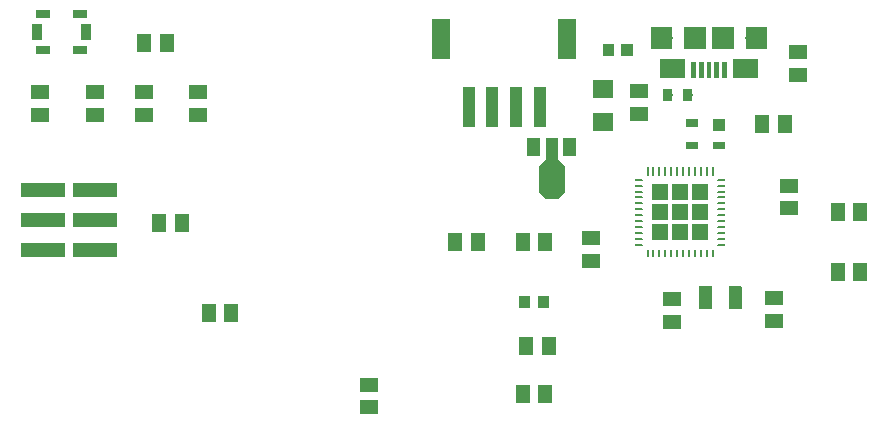
<source format=gbr>
G04 #@! TF.GenerationSoftware,KiCad,Pcbnew,(5.1.4-0-10_14)*
G04 #@! TF.CreationDate,2019-09-22T18:22:58+01:00*
G04 #@! TF.ProjectId,knobs,6b6e6f62-732e-46b6-9963-61645f706362,rev?*
G04 #@! TF.SameCoordinates,Original*
G04 #@! TF.FileFunction,Paste,Bot*
G04 #@! TF.FilePolarity,Positive*
%FSLAX46Y46*%
G04 Gerber Fmt 4.6, Leading zero omitted, Abs format (unit mm)*
G04 Created by KiCad (PCBNEW (5.1.4-0-10_14)) date 2019-09-22 18:22:58*
%MOMM*%
%LPD*%
G04 APERTURE LIST*
%ADD10C,0.100000*%
%ADD11C,1.100000*%
%ADD12R,1.150000X0.750000*%
%ADD13R,0.950000X1.400000*%
%ADD14R,1.500000X1.300000*%
%ADD15R,1.300000X1.500000*%
%ADD16C,0.950000*%
%ADD17R,3.683000X1.270000*%
%ADD18R,1.500000X3.400000*%
%ADD19R,1.000000X3.500000*%
%ADD20C,1.600000*%
%ADD21C,1.800000*%
%ADD22C,1.900000*%
%ADD23C,0.400000*%
%ADD24C,0.800000*%
%ADD25C,0.600000*%
%ADD26C,1.000000*%
%ADD27R,1.800000X1.600000*%
G04 APERTURE END LIST*
D10*
G36*
X152431000Y-111119000D02*
G01*
X152431000Y-109784000D01*
X151096000Y-109784000D01*
X151096000Y-111119000D01*
X152431000Y-111119000D01*
G37*
G36*
X152431000Y-114519000D02*
G01*
X152431000Y-113184000D01*
X151096000Y-113184000D01*
X151096000Y-114519000D01*
X152431000Y-114519000D01*
G37*
G36*
X152431000Y-112819000D02*
G01*
X152431000Y-111484000D01*
X151096000Y-111484000D01*
X151096000Y-112819000D01*
X152431000Y-112819000D01*
G37*
G36*
X150731000Y-111119000D02*
G01*
X150731000Y-109784000D01*
X149396000Y-109784000D01*
X149396000Y-111119000D01*
X150731000Y-111119000D01*
G37*
G36*
X149031000Y-111119000D02*
G01*
X149031000Y-109784000D01*
X147696000Y-109784000D01*
X147696000Y-111119000D01*
X149031000Y-111119000D01*
G37*
G36*
X149031000Y-112819000D02*
G01*
X149031000Y-111484000D01*
X147696000Y-111484000D01*
X147696000Y-112819000D01*
X149031000Y-112819000D01*
G37*
G36*
X149031000Y-114519000D02*
G01*
X149031000Y-113184000D01*
X147696000Y-113184000D01*
X147696000Y-114519000D01*
X149031000Y-114519000D01*
G37*
G36*
X150731000Y-114519000D02*
G01*
X150731000Y-113184000D01*
X149396000Y-113184000D01*
X149396000Y-114519000D01*
X150731000Y-114519000D01*
G37*
G36*
X150731000Y-112819000D02*
G01*
X150731000Y-111484000D01*
X149396000Y-111484000D01*
X149396000Y-112819000D01*
X150731000Y-112819000D01*
G37*
G36*
X153891000Y-109319000D02*
G01*
X153251000Y-109319000D01*
X153166000Y-109404000D01*
X153251000Y-109489000D01*
X153891000Y-109489000D01*
X153891000Y-109319000D01*
G37*
G36*
X153891000Y-109819000D02*
G01*
X153251000Y-109819000D01*
X153166000Y-109904000D01*
X153251000Y-109989000D01*
X153891000Y-109989000D01*
X153891000Y-109819000D01*
G37*
G36*
X153891000Y-110319000D02*
G01*
X153251000Y-110319000D01*
X153166000Y-110404000D01*
X153251000Y-110489000D01*
X153891000Y-110489000D01*
X153891000Y-110319000D01*
G37*
G36*
X153891000Y-110819000D02*
G01*
X153251000Y-110819000D01*
X153166000Y-110904000D01*
X153251000Y-110989000D01*
X153891000Y-110989000D01*
X153891000Y-110819000D01*
G37*
G36*
X153891000Y-111319000D02*
G01*
X153251000Y-111319000D01*
X153166000Y-111404000D01*
X153251000Y-111489000D01*
X153891000Y-111489000D01*
X153891000Y-111319000D01*
G37*
G36*
X153891000Y-111819000D02*
G01*
X153251000Y-111819000D01*
X153166000Y-111904000D01*
X153251000Y-111989000D01*
X153891000Y-111989000D01*
X153891000Y-111819000D01*
G37*
G36*
X153891000Y-112319000D02*
G01*
X153251000Y-112319000D01*
X153166000Y-112404000D01*
X153251000Y-112489000D01*
X153891000Y-112489000D01*
X153891000Y-112319000D01*
G37*
G36*
X153891000Y-112819000D02*
G01*
X153251000Y-112819000D01*
X153166000Y-112904000D01*
X153251000Y-112989000D01*
X153891000Y-112989000D01*
X153891000Y-112819000D01*
G37*
G36*
X153891000Y-113319000D02*
G01*
X153251000Y-113319000D01*
X153166000Y-113404000D01*
X153251000Y-113489000D01*
X153891000Y-113489000D01*
X153891000Y-113319000D01*
G37*
G36*
X153891000Y-113819000D02*
G01*
X153251000Y-113819000D01*
X153166000Y-113904000D01*
X153251000Y-113989000D01*
X153891000Y-113989000D01*
X153891000Y-113819000D01*
G37*
G36*
X153891000Y-114319000D02*
G01*
X153251000Y-114319000D01*
X153166000Y-114404000D01*
X153251000Y-114489000D01*
X153891000Y-114489000D01*
X153891000Y-114319000D01*
G37*
G36*
X153891000Y-114819000D02*
G01*
X153251000Y-114819000D01*
X153166000Y-114904000D01*
X153251000Y-114989000D01*
X153891000Y-114989000D01*
X153891000Y-114819000D01*
G37*
G36*
X152731000Y-108329000D02*
G01*
X152731000Y-108969000D01*
X152816000Y-109054000D01*
X152901000Y-108969000D01*
X152901000Y-108329000D01*
X152731000Y-108329000D01*
G37*
G36*
X147231000Y-108329000D02*
G01*
X147231000Y-108969000D01*
X147316000Y-109054000D01*
X147401000Y-108969000D01*
X147401000Y-108329000D01*
X147231000Y-108329000D01*
G37*
G36*
X147731000Y-108329000D02*
G01*
X147731000Y-108969000D01*
X147816000Y-109054000D01*
X147901000Y-108969000D01*
X147901000Y-108329000D01*
X147731000Y-108329000D01*
G37*
G36*
X148231000Y-108329000D02*
G01*
X148231000Y-108969000D01*
X148316000Y-109054000D01*
X148401000Y-108969000D01*
X148401000Y-108329000D01*
X148231000Y-108329000D01*
G37*
G36*
X148731000Y-108329000D02*
G01*
X148731000Y-108969000D01*
X148816000Y-109054000D01*
X148901000Y-108969000D01*
X148901000Y-108329000D01*
X148731000Y-108329000D01*
G37*
G36*
X149231000Y-108329000D02*
G01*
X149231000Y-108969000D01*
X149316000Y-109054000D01*
X149401000Y-108969000D01*
X149401000Y-108329000D01*
X149231000Y-108329000D01*
G37*
G36*
X149731000Y-108329000D02*
G01*
X149731000Y-108969000D01*
X149816000Y-109054000D01*
X149901000Y-108969000D01*
X149901000Y-108329000D01*
X149731000Y-108329000D01*
G37*
G36*
X150231000Y-108329000D02*
G01*
X150231000Y-108969000D01*
X150316000Y-109054000D01*
X150401000Y-108969000D01*
X150401000Y-108329000D01*
X150231000Y-108329000D01*
G37*
G36*
X150731000Y-108329000D02*
G01*
X150731000Y-108969000D01*
X150816000Y-109054000D01*
X150901000Y-108969000D01*
X150901000Y-108329000D01*
X150731000Y-108329000D01*
G37*
G36*
X151231000Y-108329000D02*
G01*
X151231000Y-108969000D01*
X151316000Y-109054000D01*
X151401000Y-108969000D01*
X151401000Y-108329000D01*
X151231000Y-108329000D01*
G37*
G36*
X151731000Y-108329000D02*
G01*
X151731000Y-108969000D01*
X151816000Y-109054000D01*
X151901000Y-108969000D01*
X151901000Y-108329000D01*
X151731000Y-108329000D01*
G37*
G36*
X152231000Y-108329000D02*
G01*
X152231000Y-108969000D01*
X152316000Y-109054000D01*
X152401000Y-108969000D01*
X152401000Y-108329000D01*
X152231000Y-108329000D01*
G37*
G36*
X146241000Y-109489000D02*
G01*
X146881000Y-109489000D01*
X146966000Y-109404000D01*
X146881000Y-109319000D01*
X146241000Y-109319000D01*
X146241000Y-109489000D01*
G37*
G36*
X146241000Y-114989000D02*
G01*
X146881000Y-114989000D01*
X146966000Y-114904000D01*
X146881000Y-114819000D01*
X146241000Y-114819000D01*
X146241000Y-114989000D01*
G37*
G36*
X146241000Y-114489000D02*
G01*
X146881000Y-114489000D01*
X146966000Y-114404000D01*
X146881000Y-114319000D01*
X146241000Y-114319000D01*
X146241000Y-114489000D01*
G37*
G36*
X146241000Y-113989000D02*
G01*
X146881000Y-113989000D01*
X146966000Y-113904000D01*
X146881000Y-113819000D01*
X146241000Y-113819000D01*
X146241000Y-113989000D01*
G37*
G36*
X146241000Y-113489000D02*
G01*
X146881000Y-113489000D01*
X146966000Y-113404000D01*
X146881000Y-113319000D01*
X146241000Y-113319000D01*
X146241000Y-113489000D01*
G37*
G36*
X146241000Y-112989000D02*
G01*
X146881000Y-112989000D01*
X146966000Y-112904000D01*
X146881000Y-112819000D01*
X146241000Y-112819000D01*
X146241000Y-112989000D01*
G37*
G36*
X146241000Y-112489000D02*
G01*
X146881000Y-112489000D01*
X146966000Y-112404000D01*
X146881000Y-112319000D01*
X146241000Y-112319000D01*
X146241000Y-112489000D01*
G37*
G36*
X146241000Y-111989000D02*
G01*
X146881000Y-111989000D01*
X146966000Y-111904000D01*
X146881000Y-111819000D01*
X146241000Y-111819000D01*
X146241000Y-111989000D01*
G37*
G36*
X146241000Y-111489000D02*
G01*
X146881000Y-111489000D01*
X146966000Y-111404000D01*
X146881000Y-111319000D01*
X146241000Y-111319000D01*
X146241000Y-111489000D01*
G37*
G36*
X146241000Y-110989000D02*
G01*
X146881000Y-110989000D01*
X146966000Y-110904000D01*
X146881000Y-110819000D01*
X146241000Y-110819000D01*
X146241000Y-110989000D01*
G37*
G36*
X146241000Y-110489000D02*
G01*
X146881000Y-110489000D01*
X146966000Y-110404000D01*
X146881000Y-110319000D01*
X146241000Y-110319000D01*
X146241000Y-110489000D01*
G37*
G36*
X146241000Y-109989000D02*
G01*
X146881000Y-109989000D01*
X146966000Y-109904000D01*
X146881000Y-109819000D01*
X146241000Y-109819000D01*
X146241000Y-109989000D01*
G37*
G36*
X152901000Y-115979000D02*
G01*
X152901000Y-115339000D01*
X152816000Y-115254000D01*
X152731000Y-115339000D01*
X152731000Y-115979000D01*
X152901000Y-115979000D01*
G37*
G36*
X152401000Y-115979000D02*
G01*
X152401000Y-115339000D01*
X152316000Y-115254000D01*
X152231000Y-115339000D01*
X152231000Y-115979000D01*
X152401000Y-115979000D01*
G37*
G36*
X151901000Y-115979000D02*
G01*
X151901000Y-115339000D01*
X151816000Y-115254000D01*
X151731000Y-115339000D01*
X151731000Y-115979000D01*
X151901000Y-115979000D01*
G37*
G36*
X151401000Y-115979000D02*
G01*
X151401000Y-115339000D01*
X151316000Y-115254000D01*
X151231000Y-115339000D01*
X151231000Y-115979000D01*
X151401000Y-115979000D01*
G37*
G36*
X150901000Y-115979000D02*
G01*
X150901000Y-115339000D01*
X150816000Y-115254000D01*
X150731000Y-115339000D01*
X150731000Y-115979000D01*
X150901000Y-115979000D01*
G37*
G36*
X150401000Y-115979000D02*
G01*
X150401000Y-115339000D01*
X150316000Y-115254000D01*
X150231000Y-115339000D01*
X150231000Y-115979000D01*
X150401000Y-115979000D01*
G37*
G36*
X149901000Y-115979000D02*
G01*
X149901000Y-115339000D01*
X149816000Y-115254000D01*
X149731000Y-115339000D01*
X149731000Y-115979000D01*
X149901000Y-115979000D01*
G37*
G36*
X149401000Y-115979000D02*
G01*
X149401000Y-115339000D01*
X149316000Y-115254000D01*
X149231000Y-115339000D01*
X149231000Y-115979000D01*
X149401000Y-115979000D01*
G37*
G36*
X148901000Y-115979000D02*
G01*
X148901000Y-115339000D01*
X148816000Y-115254000D01*
X148731000Y-115339000D01*
X148731000Y-115979000D01*
X148901000Y-115979000D01*
G37*
G36*
X148401000Y-115979000D02*
G01*
X148401000Y-115339000D01*
X148316000Y-115254000D01*
X148231000Y-115339000D01*
X148231000Y-115979000D01*
X148401000Y-115979000D01*
G37*
G36*
X147901000Y-115979000D02*
G01*
X147901000Y-115339000D01*
X147816000Y-115254000D01*
X147731000Y-115339000D01*
X147731000Y-115979000D01*
X147901000Y-115979000D01*
G37*
G36*
X147401000Y-115979000D02*
G01*
X147401000Y-115339000D01*
X147316000Y-115254000D01*
X147231000Y-115339000D01*
X147231000Y-115979000D01*
X147401000Y-115979000D01*
G37*
G36*
X141242000Y-105908000D02*
G01*
X141242000Y-107408000D01*
X140142000Y-107408000D01*
X140142000Y-105908000D01*
X141242000Y-105908000D01*
G37*
G36*
X138242000Y-105908000D02*
G01*
X138242000Y-107408000D01*
X137142000Y-107408000D01*
X137142000Y-105908000D01*
X138242000Y-105908000D01*
G37*
G36*
X140292000Y-108208000D02*
G01*
X139692000Y-107608000D01*
X139692000Y-105908000D01*
X138692000Y-105908000D01*
X138692000Y-107608000D01*
X138092000Y-108208000D01*
X138092000Y-110408000D01*
X138692000Y-111008000D01*
X139692000Y-111008000D01*
X140292000Y-110408000D01*
X140292000Y-108208000D01*
G37*
G36*
X155259117Y-118442079D02*
G01*
X155260719Y-118442317D01*
X155262290Y-118442710D01*
X155263814Y-118443256D01*
X155265278Y-118443948D01*
X155266667Y-118444781D01*
X155267967Y-118445745D01*
X155269167Y-118446833D01*
X155270255Y-118448033D01*
X155271219Y-118449333D01*
X155272052Y-118450722D01*
X155272744Y-118452186D01*
X155273290Y-118453710D01*
X155273683Y-118455281D01*
X155273921Y-118456883D01*
X155274000Y-118458500D01*
X155274000Y-120325500D01*
X155273921Y-120327117D01*
X155273683Y-120328719D01*
X155273290Y-120330290D01*
X155272744Y-120331814D01*
X155272052Y-120333278D01*
X155271219Y-120334667D01*
X155270255Y-120335967D01*
X155269167Y-120337167D01*
X155267967Y-120338255D01*
X155266667Y-120339219D01*
X155265278Y-120340052D01*
X155263814Y-120340744D01*
X155262290Y-120341290D01*
X155260719Y-120341683D01*
X155259117Y-120341921D01*
X155257500Y-120342000D01*
X154190500Y-120342000D01*
X154188883Y-120341921D01*
X154187281Y-120341683D01*
X154185710Y-120341290D01*
X154184186Y-120340744D01*
X154182722Y-120340052D01*
X154181333Y-120339219D01*
X154180033Y-120338255D01*
X154178833Y-120337167D01*
X154177745Y-120335967D01*
X154176781Y-120334667D01*
X154175948Y-120333278D01*
X154175256Y-120331814D01*
X154174710Y-120330290D01*
X154174317Y-120328719D01*
X154174079Y-120327117D01*
X154174000Y-120325500D01*
X154174000Y-118458500D01*
X154174079Y-118456883D01*
X154174317Y-118455281D01*
X154174710Y-118453710D01*
X154175256Y-118452186D01*
X154175948Y-118450722D01*
X154176781Y-118449333D01*
X154177745Y-118448033D01*
X154178833Y-118446833D01*
X154180033Y-118445745D01*
X154181333Y-118444781D01*
X154182722Y-118443948D01*
X154184186Y-118443256D01*
X154185710Y-118442710D01*
X154187281Y-118442317D01*
X154188883Y-118442079D01*
X154190500Y-118442000D01*
X155257500Y-118442000D01*
X155259117Y-118442079D01*
X155259117Y-118442079D01*
G37*
D11*
X154724000Y-119392000D03*
D10*
G36*
X152759117Y-118442079D02*
G01*
X152760719Y-118442317D01*
X152762290Y-118442710D01*
X152763814Y-118443256D01*
X152765278Y-118443948D01*
X152766667Y-118444781D01*
X152767967Y-118445745D01*
X152769167Y-118446833D01*
X152770255Y-118448033D01*
X152771219Y-118449333D01*
X152772052Y-118450722D01*
X152772744Y-118452186D01*
X152773290Y-118453710D01*
X152773683Y-118455281D01*
X152773921Y-118456883D01*
X152774000Y-118458500D01*
X152774000Y-120325500D01*
X152773921Y-120327117D01*
X152773683Y-120328719D01*
X152773290Y-120330290D01*
X152772744Y-120331814D01*
X152772052Y-120333278D01*
X152771219Y-120334667D01*
X152770255Y-120335967D01*
X152769167Y-120337167D01*
X152767967Y-120338255D01*
X152766667Y-120339219D01*
X152765278Y-120340052D01*
X152763814Y-120340744D01*
X152762290Y-120341290D01*
X152760719Y-120341683D01*
X152759117Y-120341921D01*
X152757500Y-120342000D01*
X151690500Y-120342000D01*
X151688883Y-120341921D01*
X151687281Y-120341683D01*
X151685710Y-120341290D01*
X151684186Y-120340744D01*
X151682722Y-120340052D01*
X151681333Y-120339219D01*
X151680033Y-120338255D01*
X151678833Y-120337167D01*
X151677745Y-120335967D01*
X151676781Y-120334667D01*
X151675948Y-120333278D01*
X151675256Y-120331814D01*
X151674710Y-120330290D01*
X151674317Y-120328719D01*
X151674079Y-120327117D01*
X151674000Y-120325500D01*
X151674000Y-118458500D01*
X151674079Y-118456883D01*
X151674317Y-118455281D01*
X151674710Y-118453710D01*
X151675256Y-118452186D01*
X151675948Y-118450722D01*
X151676781Y-118449333D01*
X151677745Y-118448033D01*
X151678833Y-118446833D01*
X151680033Y-118445745D01*
X151681333Y-118444781D01*
X151682722Y-118443948D01*
X151684186Y-118443256D01*
X151685710Y-118442710D01*
X151687281Y-118442317D01*
X151688883Y-118442079D01*
X151690500Y-118442000D01*
X152757500Y-118442000D01*
X152759117Y-118442079D01*
X152759117Y-118442079D01*
G37*
D11*
X152224000Y-119392000D03*
D12*
X99286100Y-95389300D03*
X99286100Y-98439300D03*
X96136100Y-95389300D03*
X96136100Y-98439300D03*
D13*
X95636100Y-96914300D03*
X99786100Y-96914300D03*
D14*
X109220000Y-103897000D03*
X109220000Y-101997000D03*
X123746000Y-126762000D03*
X123746000Y-128662000D03*
X104696000Y-103897000D03*
X104696000Y-101997000D03*
X100569000Y-101997000D03*
X100569000Y-103897000D03*
X95885000Y-101997000D03*
X95885000Y-103897000D03*
D15*
X107869000Y-113107000D03*
X105969000Y-113107000D03*
X110175000Y-120650000D03*
X112075000Y-120650000D03*
D14*
X160020000Y-100518000D03*
X160020000Y-98618000D03*
D10*
G36*
X138978147Y-119274069D02*
G01*
X138979530Y-119274274D01*
X138980887Y-119274614D01*
X138982203Y-119275085D01*
X138983467Y-119275683D01*
X138984667Y-119276402D01*
X138985790Y-119277235D01*
X138986826Y-119278174D01*
X138987765Y-119279210D01*
X138988598Y-119280333D01*
X138989317Y-119281533D01*
X138989915Y-119282797D01*
X138990386Y-119284113D01*
X138990726Y-119285470D01*
X138990931Y-119286853D01*
X138991000Y-119288250D01*
X138991000Y-120259750D01*
X138990931Y-120261147D01*
X138990726Y-120262530D01*
X138990386Y-120263887D01*
X138989915Y-120265203D01*
X138989317Y-120266467D01*
X138988598Y-120267667D01*
X138987765Y-120268790D01*
X138986826Y-120269826D01*
X138985790Y-120270765D01*
X138984667Y-120271598D01*
X138983467Y-120272317D01*
X138982203Y-120272915D01*
X138980887Y-120273386D01*
X138979530Y-120273726D01*
X138978147Y-120273931D01*
X138976750Y-120274000D01*
X138055250Y-120274000D01*
X138053853Y-120273931D01*
X138052470Y-120273726D01*
X138051113Y-120273386D01*
X138049797Y-120272915D01*
X138048533Y-120272317D01*
X138047333Y-120271598D01*
X138046210Y-120270765D01*
X138045174Y-120269826D01*
X138044235Y-120268790D01*
X138043402Y-120267667D01*
X138042683Y-120266467D01*
X138042085Y-120265203D01*
X138041614Y-120263887D01*
X138041274Y-120262530D01*
X138041069Y-120261147D01*
X138041000Y-120259750D01*
X138041000Y-119288250D01*
X138041069Y-119286853D01*
X138041274Y-119285470D01*
X138041614Y-119284113D01*
X138042085Y-119282797D01*
X138042683Y-119281533D01*
X138043402Y-119280333D01*
X138044235Y-119279210D01*
X138045174Y-119278174D01*
X138046210Y-119277235D01*
X138047333Y-119276402D01*
X138048533Y-119275683D01*
X138049797Y-119275085D01*
X138051113Y-119274614D01*
X138052470Y-119274274D01*
X138053853Y-119274069D01*
X138055250Y-119274000D01*
X138976750Y-119274000D01*
X138978147Y-119274069D01*
X138978147Y-119274069D01*
G37*
D16*
X138516000Y-119774000D03*
D10*
G36*
X137378147Y-119274069D02*
G01*
X137379530Y-119274274D01*
X137380887Y-119274614D01*
X137382203Y-119275085D01*
X137383467Y-119275683D01*
X137384667Y-119276402D01*
X137385790Y-119277235D01*
X137386826Y-119278174D01*
X137387765Y-119279210D01*
X137388598Y-119280333D01*
X137389317Y-119281533D01*
X137389915Y-119282797D01*
X137390386Y-119284113D01*
X137390726Y-119285470D01*
X137390931Y-119286853D01*
X137391000Y-119288250D01*
X137391000Y-120259750D01*
X137390931Y-120261147D01*
X137390726Y-120262530D01*
X137390386Y-120263887D01*
X137389915Y-120265203D01*
X137389317Y-120266467D01*
X137388598Y-120267667D01*
X137387765Y-120268790D01*
X137386826Y-120269826D01*
X137385790Y-120270765D01*
X137384667Y-120271598D01*
X137383467Y-120272317D01*
X137382203Y-120272915D01*
X137380887Y-120273386D01*
X137379530Y-120273726D01*
X137378147Y-120273931D01*
X137376750Y-120274000D01*
X136455250Y-120274000D01*
X136453853Y-120273931D01*
X136452470Y-120273726D01*
X136451113Y-120273386D01*
X136449797Y-120272915D01*
X136448533Y-120272317D01*
X136447333Y-120271598D01*
X136446210Y-120270765D01*
X136445174Y-120269826D01*
X136444235Y-120268790D01*
X136443402Y-120267667D01*
X136442683Y-120266467D01*
X136442085Y-120265203D01*
X136441614Y-120263887D01*
X136441274Y-120262530D01*
X136441069Y-120261147D01*
X136441000Y-120259750D01*
X136441000Y-119288250D01*
X136441069Y-119286853D01*
X136441274Y-119285470D01*
X136441614Y-119284113D01*
X136442085Y-119282797D01*
X136442683Y-119281533D01*
X136443402Y-119280333D01*
X136444235Y-119279210D01*
X136445174Y-119278174D01*
X136446210Y-119277235D01*
X136447333Y-119276402D01*
X136448533Y-119275683D01*
X136449797Y-119275085D01*
X136451113Y-119274614D01*
X136452470Y-119274274D01*
X136453853Y-119274069D01*
X136455250Y-119274000D01*
X137376750Y-119274000D01*
X137378147Y-119274069D01*
X137378147Y-119274069D01*
G37*
D16*
X136916000Y-119774000D03*
D10*
G36*
X144442147Y-97925069D02*
G01*
X144443530Y-97925274D01*
X144444887Y-97925614D01*
X144446203Y-97926085D01*
X144447467Y-97926683D01*
X144448667Y-97927402D01*
X144449790Y-97928235D01*
X144450826Y-97929174D01*
X144451765Y-97930210D01*
X144452598Y-97931333D01*
X144453317Y-97932533D01*
X144453915Y-97933797D01*
X144454386Y-97935113D01*
X144454726Y-97936470D01*
X144454931Y-97937853D01*
X144455000Y-97939250D01*
X144455000Y-98910750D01*
X144454931Y-98912147D01*
X144454726Y-98913530D01*
X144454386Y-98914887D01*
X144453915Y-98916203D01*
X144453317Y-98917467D01*
X144452598Y-98918667D01*
X144451765Y-98919790D01*
X144450826Y-98920826D01*
X144449790Y-98921765D01*
X144448667Y-98922598D01*
X144447467Y-98923317D01*
X144446203Y-98923915D01*
X144444887Y-98924386D01*
X144443530Y-98924726D01*
X144442147Y-98924931D01*
X144440750Y-98925000D01*
X143519250Y-98925000D01*
X143517853Y-98924931D01*
X143516470Y-98924726D01*
X143515113Y-98924386D01*
X143513797Y-98923915D01*
X143512533Y-98923317D01*
X143511333Y-98922598D01*
X143510210Y-98921765D01*
X143509174Y-98920826D01*
X143508235Y-98919790D01*
X143507402Y-98918667D01*
X143506683Y-98917467D01*
X143506085Y-98916203D01*
X143505614Y-98914887D01*
X143505274Y-98913530D01*
X143505069Y-98912147D01*
X143505000Y-98910750D01*
X143505000Y-97939250D01*
X143505069Y-97937853D01*
X143505274Y-97936470D01*
X143505614Y-97935113D01*
X143506085Y-97933797D01*
X143506683Y-97932533D01*
X143507402Y-97931333D01*
X143508235Y-97930210D01*
X143509174Y-97929174D01*
X143510210Y-97928235D01*
X143511333Y-97927402D01*
X143512533Y-97926683D01*
X143513797Y-97926085D01*
X143515113Y-97925614D01*
X143516470Y-97925274D01*
X143517853Y-97925069D01*
X143519250Y-97925000D01*
X144440750Y-97925000D01*
X144442147Y-97925069D01*
X144442147Y-97925069D01*
G37*
D16*
X143980000Y-98425000D03*
D10*
G36*
X146042147Y-97925069D02*
G01*
X146043530Y-97925274D01*
X146044887Y-97925614D01*
X146046203Y-97926085D01*
X146047467Y-97926683D01*
X146048667Y-97927402D01*
X146049790Y-97928235D01*
X146050826Y-97929174D01*
X146051765Y-97930210D01*
X146052598Y-97931333D01*
X146053317Y-97932533D01*
X146053915Y-97933797D01*
X146054386Y-97935113D01*
X146054726Y-97936470D01*
X146054931Y-97937853D01*
X146055000Y-97939250D01*
X146055000Y-98910750D01*
X146054931Y-98912147D01*
X146054726Y-98913530D01*
X146054386Y-98914887D01*
X146053915Y-98916203D01*
X146053317Y-98917467D01*
X146052598Y-98918667D01*
X146051765Y-98919790D01*
X146050826Y-98920826D01*
X146049790Y-98921765D01*
X146048667Y-98922598D01*
X146047467Y-98923317D01*
X146046203Y-98923915D01*
X146044887Y-98924386D01*
X146043530Y-98924726D01*
X146042147Y-98924931D01*
X146040750Y-98925000D01*
X145119250Y-98925000D01*
X145117853Y-98924931D01*
X145116470Y-98924726D01*
X145115113Y-98924386D01*
X145113797Y-98923915D01*
X145112533Y-98923317D01*
X145111333Y-98922598D01*
X145110210Y-98921765D01*
X145109174Y-98920826D01*
X145108235Y-98919790D01*
X145107402Y-98918667D01*
X145106683Y-98917467D01*
X145106085Y-98916203D01*
X145105614Y-98914887D01*
X145105274Y-98913530D01*
X145105069Y-98912147D01*
X145105000Y-98910750D01*
X145105000Y-97939250D01*
X145105069Y-97937853D01*
X145105274Y-97936470D01*
X145105614Y-97935113D01*
X145106085Y-97933797D01*
X145106683Y-97932533D01*
X145107402Y-97931333D01*
X145108235Y-97930210D01*
X145109174Y-97929174D01*
X145110210Y-97928235D01*
X145111333Y-97927402D01*
X145112533Y-97926683D01*
X145113797Y-97926085D01*
X145115113Y-97925614D01*
X145116470Y-97925274D01*
X145117853Y-97925069D01*
X145119250Y-97925000D01*
X146040750Y-97925000D01*
X146042147Y-97925069D01*
X146042147Y-97925069D01*
G37*
D16*
X145580000Y-98425000D03*
D17*
X96123600Y-110249000D03*
X96123600Y-112789000D03*
X100568600Y-110249000D03*
X100568600Y-112789000D03*
X100568600Y-115329000D03*
X96123600Y-115329000D03*
D18*
X129826000Y-97471800D03*
X140526000Y-97471800D03*
D19*
X138176000Y-103221800D03*
X136176000Y-103221800D03*
X134176000Y-103221800D03*
X132176000Y-103221800D03*
D10*
G36*
X150449352Y-99161916D02*
G01*
X150451682Y-99162261D01*
X150453967Y-99162833D01*
X150456184Y-99163627D01*
X150458314Y-99164634D01*
X150460334Y-99165845D01*
X150462225Y-99167248D01*
X150463971Y-99168829D01*
X150465552Y-99170575D01*
X150466955Y-99172466D01*
X150468166Y-99174486D01*
X150469173Y-99176616D01*
X150469967Y-99178833D01*
X150470539Y-99181118D01*
X150470884Y-99183448D01*
X150471000Y-99185800D01*
X150471000Y-100737800D01*
X150470884Y-100740152D01*
X150470539Y-100742482D01*
X150469967Y-100744767D01*
X150469173Y-100746984D01*
X150468166Y-100749114D01*
X150466955Y-100751134D01*
X150465552Y-100753025D01*
X150463971Y-100754771D01*
X150462225Y-100756352D01*
X150460334Y-100757755D01*
X150458314Y-100758966D01*
X150456184Y-100759973D01*
X150453967Y-100760767D01*
X150451682Y-100761339D01*
X150449352Y-100761684D01*
X150447000Y-100761800D01*
X148395000Y-100761800D01*
X148392648Y-100761684D01*
X148390318Y-100761339D01*
X148388033Y-100760767D01*
X148385816Y-100759973D01*
X148383686Y-100758966D01*
X148381666Y-100757755D01*
X148379775Y-100756352D01*
X148378029Y-100754771D01*
X148376448Y-100753025D01*
X148375045Y-100751134D01*
X148373834Y-100749114D01*
X148372827Y-100746984D01*
X148372033Y-100744767D01*
X148371461Y-100742482D01*
X148371116Y-100740152D01*
X148371000Y-100737800D01*
X148371000Y-99185800D01*
X148371116Y-99183448D01*
X148371461Y-99181118D01*
X148372033Y-99178833D01*
X148372827Y-99176616D01*
X148373834Y-99174486D01*
X148375045Y-99172466D01*
X148376448Y-99170575D01*
X148378029Y-99168829D01*
X148379775Y-99167248D01*
X148381666Y-99165845D01*
X148383686Y-99164634D01*
X148385816Y-99163627D01*
X148388033Y-99162833D01*
X148390318Y-99162261D01*
X148392648Y-99161916D01*
X148395000Y-99161800D01*
X150447000Y-99161800D01*
X150449352Y-99161916D01*
X150449352Y-99161916D01*
G37*
D20*
X149421000Y-99961800D03*
D10*
G36*
X149396646Y-96461930D02*
G01*
X149399267Y-96462319D01*
X149401838Y-96462963D01*
X149404332Y-96463855D01*
X149406728Y-96464988D01*
X149409000Y-96466350D01*
X149411129Y-96467929D01*
X149413092Y-96469708D01*
X149414871Y-96471671D01*
X149416450Y-96473800D01*
X149417812Y-96476072D01*
X149418945Y-96478468D01*
X149419837Y-96480962D01*
X149420481Y-96483533D01*
X149420870Y-96486154D01*
X149421000Y-96488800D01*
X149421000Y-98334800D01*
X149420870Y-98337446D01*
X149420481Y-98340067D01*
X149419837Y-98342638D01*
X149418945Y-98345132D01*
X149417812Y-98347528D01*
X149416450Y-98349800D01*
X149414871Y-98351929D01*
X149413092Y-98353892D01*
X149411129Y-98355671D01*
X149409000Y-98357250D01*
X149406728Y-98358612D01*
X149404332Y-98359745D01*
X149401838Y-98360637D01*
X149399267Y-98361281D01*
X149396646Y-98361670D01*
X149394000Y-98361800D01*
X147648000Y-98361800D01*
X147645354Y-98361670D01*
X147642733Y-98361281D01*
X147640162Y-98360637D01*
X147637668Y-98359745D01*
X147635272Y-98358612D01*
X147633000Y-98357250D01*
X147630871Y-98355671D01*
X147628908Y-98353892D01*
X147627129Y-98351929D01*
X147625550Y-98349800D01*
X147624188Y-98347528D01*
X147623055Y-98345132D01*
X147622163Y-98342638D01*
X147621519Y-98340067D01*
X147621130Y-98337446D01*
X147621000Y-98334800D01*
X147621000Y-96488800D01*
X147621130Y-96486154D01*
X147621519Y-96483533D01*
X147622163Y-96480962D01*
X147623055Y-96478468D01*
X147624188Y-96476072D01*
X147625550Y-96473800D01*
X147627129Y-96471671D01*
X147628908Y-96469708D01*
X147630871Y-96467929D01*
X147633000Y-96466350D01*
X147635272Y-96464988D01*
X147637668Y-96463855D01*
X147640162Y-96462963D01*
X147642733Y-96462319D01*
X147645354Y-96461930D01*
X147648000Y-96461800D01*
X149394000Y-96461800D01*
X149396646Y-96461930D01*
X149396646Y-96461930D01*
G37*
D21*
X148521000Y-97411800D03*
D10*
G36*
X152245293Y-96461937D02*
G01*
X152248060Y-96462348D01*
X152250773Y-96463027D01*
X152253406Y-96463969D01*
X152255935Y-96465165D01*
X152258334Y-96466603D01*
X152260580Y-96468269D01*
X152262653Y-96470147D01*
X152264531Y-96472220D01*
X152266197Y-96474466D01*
X152267635Y-96476865D01*
X152268831Y-96479394D01*
X152269773Y-96482027D01*
X152270452Y-96484740D01*
X152270863Y-96487507D01*
X152271000Y-96490300D01*
X152271000Y-98333300D01*
X152270863Y-98336093D01*
X152270452Y-98338860D01*
X152269773Y-98341573D01*
X152268831Y-98344206D01*
X152267635Y-98346735D01*
X152266197Y-98349134D01*
X152264531Y-98351380D01*
X152262653Y-98353453D01*
X152260580Y-98355331D01*
X152258334Y-98356997D01*
X152255935Y-98358435D01*
X152253406Y-98359631D01*
X152250773Y-98360573D01*
X152248060Y-98361252D01*
X152245293Y-98361663D01*
X152242500Y-98361800D01*
X150399500Y-98361800D01*
X150396707Y-98361663D01*
X150393940Y-98361252D01*
X150391227Y-98360573D01*
X150388594Y-98359631D01*
X150386065Y-98358435D01*
X150383666Y-98356997D01*
X150381420Y-98355331D01*
X150379347Y-98353453D01*
X150377469Y-98351380D01*
X150375803Y-98349134D01*
X150374365Y-98346735D01*
X150373169Y-98344206D01*
X150372227Y-98341573D01*
X150371548Y-98338860D01*
X150371137Y-98336093D01*
X150371000Y-98333300D01*
X150371000Y-96490300D01*
X150371137Y-96487507D01*
X150371548Y-96484740D01*
X150372227Y-96482027D01*
X150373169Y-96479394D01*
X150374365Y-96476865D01*
X150375803Y-96474466D01*
X150377469Y-96472220D01*
X150379347Y-96470147D01*
X150381420Y-96468269D01*
X150383666Y-96466603D01*
X150386065Y-96465165D01*
X150388594Y-96463969D01*
X150391227Y-96463027D01*
X150393940Y-96462348D01*
X150396707Y-96461937D01*
X150399500Y-96461800D01*
X152242500Y-96461800D01*
X152245293Y-96461937D01*
X152245293Y-96461937D01*
G37*
D22*
X151321000Y-97411800D03*
D10*
G36*
X154645293Y-96461937D02*
G01*
X154648060Y-96462348D01*
X154650773Y-96463027D01*
X154653406Y-96463969D01*
X154655935Y-96465165D01*
X154658334Y-96466603D01*
X154660580Y-96468269D01*
X154662653Y-96470147D01*
X154664531Y-96472220D01*
X154666197Y-96474466D01*
X154667635Y-96476865D01*
X154668831Y-96479394D01*
X154669773Y-96482027D01*
X154670452Y-96484740D01*
X154670863Y-96487507D01*
X154671000Y-96490300D01*
X154671000Y-98333300D01*
X154670863Y-98336093D01*
X154670452Y-98338860D01*
X154669773Y-98341573D01*
X154668831Y-98344206D01*
X154667635Y-98346735D01*
X154666197Y-98349134D01*
X154664531Y-98351380D01*
X154662653Y-98353453D01*
X154660580Y-98355331D01*
X154658334Y-98356997D01*
X154655935Y-98358435D01*
X154653406Y-98359631D01*
X154650773Y-98360573D01*
X154648060Y-98361252D01*
X154645293Y-98361663D01*
X154642500Y-98361800D01*
X152799500Y-98361800D01*
X152796707Y-98361663D01*
X152793940Y-98361252D01*
X152791227Y-98360573D01*
X152788594Y-98359631D01*
X152786065Y-98358435D01*
X152783666Y-98356997D01*
X152781420Y-98355331D01*
X152779347Y-98353453D01*
X152777469Y-98351380D01*
X152775803Y-98349134D01*
X152774365Y-98346735D01*
X152773169Y-98344206D01*
X152772227Y-98341573D01*
X152771548Y-98338860D01*
X152771137Y-98336093D01*
X152771000Y-98333300D01*
X152771000Y-96490300D01*
X152771137Y-96487507D01*
X152771548Y-96484740D01*
X152772227Y-96482027D01*
X152773169Y-96479394D01*
X152774365Y-96476865D01*
X152775803Y-96474466D01*
X152777469Y-96472220D01*
X152779347Y-96470147D01*
X152781420Y-96468269D01*
X152783666Y-96466603D01*
X152786065Y-96465165D01*
X152788594Y-96463969D01*
X152791227Y-96463027D01*
X152793940Y-96462348D01*
X152796707Y-96461937D01*
X152799500Y-96461800D01*
X154642500Y-96461800D01*
X154645293Y-96461937D01*
X154645293Y-96461937D01*
G37*
D22*
X153721000Y-97411800D03*
D10*
G36*
X157396646Y-96461930D02*
G01*
X157399267Y-96462319D01*
X157401838Y-96462963D01*
X157404332Y-96463855D01*
X157406728Y-96464988D01*
X157409000Y-96466350D01*
X157411129Y-96467929D01*
X157413092Y-96469708D01*
X157414871Y-96471671D01*
X157416450Y-96473800D01*
X157417812Y-96476072D01*
X157418945Y-96478468D01*
X157419837Y-96480962D01*
X157420481Y-96483533D01*
X157420870Y-96486154D01*
X157421000Y-96488800D01*
X157421000Y-98334800D01*
X157420870Y-98337446D01*
X157420481Y-98340067D01*
X157419837Y-98342638D01*
X157418945Y-98345132D01*
X157417812Y-98347528D01*
X157416450Y-98349800D01*
X157414871Y-98351929D01*
X157413092Y-98353892D01*
X157411129Y-98355671D01*
X157409000Y-98357250D01*
X157406728Y-98358612D01*
X157404332Y-98359745D01*
X157401838Y-98360637D01*
X157399267Y-98361281D01*
X157396646Y-98361670D01*
X157394000Y-98361800D01*
X155648000Y-98361800D01*
X155645354Y-98361670D01*
X155642733Y-98361281D01*
X155640162Y-98360637D01*
X155637668Y-98359745D01*
X155635272Y-98358612D01*
X155633000Y-98357250D01*
X155630871Y-98355671D01*
X155628908Y-98353892D01*
X155627129Y-98351929D01*
X155625550Y-98349800D01*
X155624188Y-98347528D01*
X155623055Y-98345132D01*
X155622163Y-98342638D01*
X155621519Y-98340067D01*
X155621130Y-98337446D01*
X155621000Y-98334800D01*
X155621000Y-96488800D01*
X155621130Y-96486154D01*
X155621519Y-96483533D01*
X155622163Y-96480962D01*
X155623055Y-96478468D01*
X155624188Y-96476072D01*
X155625550Y-96473800D01*
X155627129Y-96471671D01*
X155628908Y-96469708D01*
X155630871Y-96467929D01*
X155633000Y-96466350D01*
X155635272Y-96464988D01*
X155637668Y-96463855D01*
X155640162Y-96462963D01*
X155642733Y-96462319D01*
X155645354Y-96461930D01*
X155648000Y-96461800D01*
X157394000Y-96461800D01*
X157396646Y-96461930D01*
X157396646Y-96461930D01*
G37*
D21*
X156521000Y-97411800D03*
D10*
G36*
X156649352Y-99161916D02*
G01*
X156651682Y-99162261D01*
X156653967Y-99162833D01*
X156656184Y-99163627D01*
X156658314Y-99164634D01*
X156660334Y-99165845D01*
X156662225Y-99167248D01*
X156663971Y-99168829D01*
X156665552Y-99170575D01*
X156666955Y-99172466D01*
X156668166Y-99174486D01*
X156669173Y-99176616D01*
X156669967Y-99178833D01*
X156670539Y-99181118D01*
X156670884Y-99183448D01*
X156671000Y-99185800D01*
X156671000Y-100737800D01*
X156670884Y-100740152D01*
X156670539Y-100742482D01*
X156669967Y-100744767D01*
X156669173Y-100746984D01*
X156668166Y-100749114D01*
X156666955Y-100751134D01*
X156665552Y-100753025D01*
X156663971Y-100754771D01*
X156662225Y-100756352D01*
X156660334Y-100757755D01*
X156658314Y-100758966D01*
X156656184Y-100759973D01*
X156653967Y-100760767D01*
X156651682Y-100761339D01*
X156649352Y-100761684D01*
X156647000Y-100761800D01*
X154595000Y-100761800D01*
X154592648Y-100761684D01*
X154590318Y-100761339D01*
X154588033Y-100760767D01*
X154585816Y-100759973D01*
X154583686Y-100758966D01*
X154581666Y-100757755D01*
X154579775Y-100756352D01*
X154578029Y-100754771D01*
X154576448Y-100753025D01*
X154575045Y-100751134D01*
X154573834Y-100749114D01*
X154572827Y-100746984D01*
X154572033Y-100744767D01*
X154571461Y-100742482D01*
X154571116Y-100740152D01*
X154571000Y-100737800D01*
X154571000Y-99185800D01*
X154571116Y-99183448D01*
X154571461Y-99181118D01*
X154572033Y-99178833D01*
X154572827Y-99176616D01*
X154573834Y-99174486D01*
X154575045Y-99172466D01*
X154576448Y-99170575D01*
X154578029Y-99168829D01*
X154579775Y-99167248D01*
X154581666Y-99165845D01*
X154583686Y-99164634D01*
X154585816Y-99163627D01*
X154588033Y-99162833D01*
X154590318Y-99162261D01*
X154592648Y-99161916D01*
X154595000Y-99161800D01*
X156647000Y-99161800D01*
X156649352Y-99161916D01*
X156649352Y-99161916D01*
G37*
D20*
X155621000Y-99961800D03*
D10*
G36*
X154015588Y-99411829D02*
G01*
X154016171Y-99411915D01*
X154016742Y-99412058D01*
X154017296Y-99412257D01*
X154017828Y-99412508D01*
X154018333Y-99412811D01*
X154018806Y-99413162D01*
X154019243Y-99413557D01*
X154019638Y-99413994D01*
X154019989Y-99414467D01*
X154020292Y-99414972D01*
X154020543Y-99415504D01*
X154020742Y-99416058D01*
X154020885Y-99416629D01*
X154020971Y-99417212D01*
X154021000Y-99417800D01*
X154021000Y-100755800D01*
X154020971Y-100756388D01*
X154020885Y-100756971D01*
X154020742Y-100757542D01*
X154020543Y-100758096D01*
X154020292Y-100758628D01*
X154019989Y-100759133D01*
X154019638Y-100759606D01*
X154019243Y-100760043D01*
X154018806Y-100760438D01*
X154018333Y-100760789D01*
X154017828Y-100761092D01*
X154017296Y-100761343D01*
X154016742Y-100761542D01*
X154016171Y-100761685D01*
X154015588Y-100761771D01*
X154015000Y-100761800D01*
X153627000Y-100761800D01*
X153626412Y-100761771D01*
X153625829Y-100761685D01*
X153625258Y-100761542D01*
X153624704Y-100761343D01*
X153624172Y-100761092D01*
X153623667Y-100760789D01*
X153623194Y-100760438D01*
X153622757Y-100760043D01*
X153622362Y-100759606D01*
X153622011Y-100759133D01*
X153621708Y-100758628D01*
X153621457Y-100758096D01*
X153621258Y-100757542D01*
X153621115Y-100756971D01*
X153621029Y-100756388D01*
X153621000Y-100755800D01*
X153621000Y-99417800D01*
X153621029Y-99417212D01*
X153621115Y-99416629D01*
X153621258Y-99416058D01*
X153621457Y-99415504D01*
X153621708Y-99414972D01*
X153622011Y-99414467D01*
X153622362Y-99413994D01*
X153622757Y-99413557D01*
X153623194Y-99413162D01*
X153623667Y-99412811D01*
X153624172Y-99412508D01*
X153624704Y-99412257D01*
X153625258Y-99412058D01*
X153625829Y-99411915D01*
X153626412Y-99411829D01*
X153627000Y-99411800D01*
X154015000Y-99411800D01*
X154015588Y-99411829D01*
X154015588Y-99411829D01*
G37*
D23*
X153821000Y-100086800D03*
D10*
G36*
X153365588Y-99411829D02*
G01*
X153366171Y-99411915D01*
X153366742Y-99412058D01*
X153367296Y-99412257D01*
X153367828Y-99412508D01*
X153368333Y-99412811D01*
X153368806Y-99413162D01*
X153369243Y-99413557D01*
X153369638Y-99413994D01*
X153369989Y-99414467D01*
X153370292Y-99414972D01*
X153370543Y-99415504D01*
X153370742Y-99416058D01*
X153370885Y-99416629D01*
X153370971Y-99417212D01*
X153371000Y-99417800D01*
X153371000Y-100755800D01*
X153370971Y-100756388D01*
X153370885Y-100756971D01*
X153370742Y-100757542D01*
X153370543Y-100758096D01*
X153370292Y-100758628D01*
X153369989Y-100759133D01*
X153369638Y-100759606D01*
X153369243Y-100760043D01*
X153368806Y-100760438D01*
X153368333Y-100760789D01*
X153367828Y-100761092D01*
X153367296Y-100761343D01*
X153366742Y-100761542D01*
X153366171Y-100761685D01*
X153365588Y-100761771D01*
X153365000Y-100761800D01*
X152977000Y-100761800D01*
X152976412Y-100761771D01*
X152975829Y-100761685D01*
X152975258Y-100761542D01*
X152974704Y-100761343D01*
X152974172Y-100761092D01*
X152973667Y-100760789D01*
X152973194Y-100760438D01*
X152972757Y-100760043D01*
X152972362Y-100759606D01*
X152972011Y-100759133D01*
X152971708Y-100758628D01*
X152971457Y-100758096D01*
X152971258Y-100757542D01*
X152971115Y-100756971D01*
X152971029Y-100756388D01*
X152971000Y-100755800D01*
X152971000Y-99417800D01*
X152971029Y-99417212D01*
X152971115Y-99416629D01*
X152971258Y-99416058D01*
X152971457Y-99415504D01*
X152971708Y-99414972D01*
X152972011Y-99414467D01*
X152972362Y-99413994D01*
X152972757Y-99413557D01*
X152973194Y-99413162D01*
X152973667Y-99412811D01*
X152974172Y-99412508D01*
X152974704Y-99412257D01*
X152975258Y-99412058D01*
X152975829Y-99411915D01*
X152976412Y-99411829D01*
X152977000Y-99411800D01*
X153365000Y-99411800D01*
X153365588Y-99411829D01*
X153365588Y-99411829D01*
G37*
D23*
X153171000Y-100086800D03*
D10*
G36*
X152715588Y-99411829D02*
G01*
X152716171Y-99411915D01*
X152716742Y-99412058D01*
X152717296Y-99412257D01*
X152717828Y-99412508D01*
X152718333Y-99412811D01*
X152718806Y-99413162D01*
X152719243Y-99413557D01*
X152719638Y-99413994D01*
X152719989Y-99414467D01*
X152720292Y-99414972D01*
X152720543Y-99415504D01*
X152720742Y-99416058D01*
X152720885Y-99416629D01*
X152720971Y-99417212D01*
X152721000Y-99417800D01*
X152721000Y-100755800D01*
X152720971Y-100756388D01*
X152720885Y-100756971D01*
X152720742Y-100757542D01*
X152720543Y-100758096D01*
X152720292Y-100758628D01*
X152719989Y-100759133D01*
X152719638Y-100759606D01*
X152719243Y-100760043D01*
X152718806Y-100760438D01*
X152718333Y-100760789D01*
X152717828Y-100761092D01*
X152717296Y-100761343D01*
X152716742Y-100761542D01*
X152716171Y-100761685D01*
X152715588Y-100761771D01*
X152715000Y-100761800D01*
X152327000Y-100761800D01*
X152326412Y-100761771D01*
X152325829Y-100761685D01*
X152325258Y-100761542D01*
X152324704Y-100761343D01*
X152324172Y-100761092D01*
X152323667Y-100760789D01*
X152323194Y-100760438D01*
X152322757Y-100760043D01*
X152322362Y-100759606D01*
X152322011Y-100759133D01*
X152321708Y-100758628D01*
X152321457Y-100758096D01*
X152321258Y-100757542D01*
X152321115Y-100756971D01*
X152321029Y-100756388D01*
X152321000Y-100755800D01*
X152321000Y-99417800D01*
X152321029Y-99417212D01*
X152321115Y-99416629D01*
X152321258Y-99416058D01*
X152321457Y-99415504D01*
X152321708Y-99414972D01*
X152322011Y-99414467D01*
X152322362Y-99413994D01*
X152322757Y-99413557D01*
X152323194Y-99413162D01*
X152323667Y-99412811D01*
X152324172Y-99412508D01*
X152324704Y-99412257D01*
X152325258Y-99412058D01*
X152325829Y-99411915D01*
X152326412Y-99411829D01*
X152327000Y-99411800D01*
X152715000Y-99411800D01*
X152715588Y-99411829D01*
X152715588Y-99411829D01*
G37*
D23*
X152521000Y-100086800D03*
D10*
G36*
X152065588Y-99411829D02*
G01*
X152066171Y-99411915D01*
X152066742Y-99412058D01*
X152067296Y-99412257D01*
X152067828Y-99412508D01*
X152068333Y-99412811D01*
X152068806Y-99413162D01*
X152069243Y-99413557D01*
X152069638Y-99413994D01*
X152069989Y-99414467D01*
X152070292Y-99414972D01*
X152070543Y-99415504D01*
X152070742Y-99416058D01*
X152070885Y-99416629D01*
X152070971Y-99417212D01*
X152071000Y-99417800D01*
X152071000Y-100755800D01*
X152070971Y-100756388D01*
X152070885Y-100756971D01*
X152070742Y-100757542D01*
X152070543Y-100758096D01*
X152070292Y-100758628D01*
X152069989Y-100759133D01*
X152069638Y-100759606D01*
X152069243Y-100760043D01*
X152068806Y-100760438D01*
X152068333Y-100760789D01*
X152067828Y-100761092D01*
X152067296Y-100761343D01*
X152066742Y-100761542D01*
X152066171Y-100761685D01*
X152065588Y-100761771D01*
X152065000Y-100761800D01*
X151677000Y-100761800D01*
X151676412Y-100761771D01*
X151675829Y-100761685D01*
X151675258Y-100761542D01*
X151674704Y-100761343D01*
X151674172Y-100761092D01*
X151673667Y-100760789D01*
X151673194Y-100760438D01*
X151672757Y-100760043D01*
X151672362Y-100759606D01*
X151672011Y-100759133D01*
X151671708Y-100758628D01*
X151671457Y-100758096D01*
X151671258Y-100757542D01*
X151671115Y-100756971D01*
X151671029Y-100756388D01*
X151671000Y-100755800D01*
X151671000Y-99417800D01*
X151671029Y-99417212D01*
X151671115Y-99416629D01*
X151671258Y-99416058D01*
X151671457Y-99415504D01*
X151671708Y-99414972D01*
X151672011Y-99414467D01*
X151672362Y-99413994D01*
X151672757Y-99413557D01*
X151673194Y-99413162D01*
X151673667Y-99412811D01*
X151674172Y-99412508D01*
X151674704Y-99412257D01*
X151675258Y-99412058D01*
X151675829Y-99411915D01*
X151676412Y-99411829D01*
X151677000Y-99411800D01*
X152065000Y-99411800D01*
X152065588Y-99411829D01*
X152065588Y-99411829D01*
G37*
D23*
X151871000Y-100086800D03*
D10*
G36*
X151415588Y-99411829D02*
G01*
X151416171Y-99411915D01*
X151416742Y-99412058D01*
X151417296Y-99412257D01*
X151417828Y-99412508D01*
X151418333Y-99412811D01*
X151418806Y-99413162D01*
X151419243Y-99413557D01*
X151419638Y-99413994D01*
X151419989Y-99414467D01*
X151420292Y-99414972D01*
X151420543Y-99415504D01*
X151420742Y-99416058D01*
X151420885Y-99416629D01*
X151420971Y-99417212D01*
X151421000Y-99417800D01*
X151421000Y-100755800D01*
X151420971Y-100756388D01*
X151420885Y-100756971D01*
X151420742Y-100757542D01*
X151420543Y-100758096D01*
X151420292Y-100758628D01*
X151419989Y-100759133D01*
X151419638Y-100759606D01*
X151419243Y-100760043D01*
X151418806Y-100760438D01*
X151418333Y-100760789D01*
X151417828Y-100761092D01*
X151417296Y-100761343D01*
X151416742Y-100761542D01*
X151416171Y-100761685D01*
X151415588Y-100761771D01*
X151415000Y-100761800D01*
X151027000Y-100761800D01*
X151026412Y-100761771D01*
X151025829Y-100761685D01*
X151025258Y-100761542D01*
X151024704Y-100761343D01*
X151024172Y-100761092D01*
X151023667Y-100760789D01*
X151023194Y-100760438D01*
X151022757Y-100760043D01*
X151022362Y-100759606D01*
X151022011Y-100759133D01*
X151021708Y-100758628D01*
X151021457Y-100758096D01*
X151021258Y-100757542D01*
X151021115Y-100756971D01*
X151021029Y-100756388D01*
X151021000Y-100755800D01*
X151021000Y-99417800D01*
X151021029Y-99417212D01*
X151021115Y-99416629D01*
X151021258Y-99416058D01*
X151021457Y-99415504D01*
X151021708Y-99414972D01*
X151022011Y-99414467D01*
X151022362Y-99413994D01*
X151022757Y-99413557D01*
X151023194Y-99413162D01*
X151023667Y-99412811D01*
X151024172Y-99412508D01*
X151024704Y-99412257D01*
X151025258Y-99412058D01*
X151025829Y-99411915D01*
X151026412Y-99411829D01*
X151027000Y-99411800D01*
X151415000Y-99411800D01*
X151415588Y-99411829D01*
X151415588Y-99411829D01*
G37*
D23*
X151221000Y-100086800D03*
D10*
G36*
X151099176Y-101735058D02*
G01*
X151100341Y-101735231D01*
X151101483Y-101735517D01*
X151102592Y-101735913D01*
X151103657Y-101736417D01*
X151104667Y-101737022D01*
X151105613Y-101737724D01*
X151106485Y-101738515D01*
X151107276Y-101739387D01*
X151107978Y-101740333D01*
X151108583Y-101741343D01*
X151109087Y-101742408D01*
X151109483Y-101743517D01*
X151109769Y-101744659D01*
X151109942Y-101745824D01*
X151110000Y-101747000D01*
X151110000Y-102723000D01*
X151109942Y-102724176D01*
X151109769Y-102725341D01*
X151109483Y-102726483D01*
X151109087Y-102727592D01*
X151108583Y-102728657D01*
X151107978Y-102729667D01*
X151107276Y-102730613D01*
X151106485Y-102731485D01*
X151105613Y-102732276D01*
X151104667Y-102732978D01*
X151103657Y-102733583D01*
X151102592Y-102734087D01*
X151101483Y-102734483D01*
X151100341Y-102734769D01*
X151099176Y-102734942D01*
X151098000Y-102735000D01*
X150322000Y-102735000D01*
X150320824Y-102734942D01*
X150319659Y-102734769D01*
X150318517Y-102734483D01*
X150317408Y-102734087D01*
X150316343Y-102733583D01*
X150315333Y-102732978D01*
X150314387Y-102732276D01*
X150313515Y-102731485D01*
X150312724Y-102730613D01*
X150312022Y-102729667D01*
X150311417Y-102728657D01*
X150310913Y-102727592D01*
X150310517Y-102726483D01*
X150310231Y-102725341D01*
X150310058Y-102724176D01*
X150310000Y-102723000D01*
X150310000Y-101747000D01*
X150310058Y-101745824D01*
X150310231Y-101744659D01*
X150310517Y-101743517D01*
X150310913Y-101742408D01*
X150311417Y-101741343D01*
X150312022Y-101740333D01*
X150312724Y-101739387D01*
X150313515Y-101738515D01*
X150314387Y-101737724D01*
X150315333Y-101737022D01*
X150316343Y-101736417D01*
X150317408Y-101735913D01*
X150318517Y-101735517D01*
X150319659Y-101735231D01*
X150320824Y-101735058D01*
X150322000Y-101735000D01*
X151098000Y-101735000D01*
X151099176Y-101735058D01*
X151099176Y-101735058D01*
G37*
D24*
X150710000Y-102235000D03*
D10*
G36*
X149399176Y-101735058D02*
G01*
X149400341Y-101735231D01*
X149401483Y-101735517D01*
X149402592Y-101735913D01*
X149403657Y-101736417D01*
X149404667Y-101737022D01*
X149405613Y-101737724D01*
X149406485Y-101738515D01*
X149407276Y-101739387D01*
X149407978Y-101740333D01*
X149408583Y-101741343D01*
X149409087Y-101742408D01*
X149409483Y-101743517D01*
X149409769Y-101744659D01*
X149409942Y-101745824D01*
X149410000Y-101747000D01*
X149410000Y-102723000D01*
X149409942Y-102724176D01*
X149409769Y-102725341D01*
X149409483Y-102726483D01*
X149409087Y-102727592D01*
X149408583Y-102728657D01*
X149407978Y-102729667D01*
X149407276Y-102730613D01*
X149406485Y-102731485D01*
X149405613Y-102732276D01*
X149404667Y-102732978D01*
X149403657Y-102733583D01*
X149402592Y-102734087D01*
X149401483Y-102734483D01*
X149400341Y-102734769D01*
X149399176Y-102734942D01*
X149398000Y-102735000D01*
X148622000Y-102735000D01*
X148620824Y-102734942D01*
X148619659Y-102734769D01*
X148618517Y-102734483D01*
X148617408Y-102734087D01*
X148616343Y-102733583D01*
X148615333Y-102732978D01*
X148614387Y-102732276D01*
X148613515Y-102731485D01*
X148612724Y-102730613D01*
X148612022Y-102729667D01*
X148611417Y-102728657D01*
X148610913Y-102727592D01*
X148610517Y-102726483D01*
X148610231Y-102725341D01*
X148610058Y-102724176D01*
X148610000Y-102723000D01*
X148610000Y-101747000D01*
X148610058Y-101745824D01*
X148610231Y-101744659D01*
X148610517Y-101743517D01*
X148610913Y-101742408D01*
X148611417Y-101741343D01*
X148612022Y-101740333D01*
X148612724Y-101739387D01*
X148613515Y-101738515D01*
X148614387Y-101737724D01*
X148615333Y-101737022D01*
X148616343Y-101736417D01*
X148617408Y-101735913D01*
X148618517Y-101735517D01*
X148619659Y-101735231D01*
X148620824Y-101735058D01*
X148622000Y-101735000D01*
X149398000Y-101735000D01*
X149399176Y-101735058D01*
X149399176Y-101735058D01*
G37*
D24*
X149010000Y-102235000D03*
D10*
G36*
X151562882Y-104302043D02*
G01*
X151563756Y-104302173D01*
X151564613Y-104302388D01*
X151565444Y-104302685D01*
X151566243Y-104303063D01*
X151567000Y-104303517D01*
X151567710Y-104304043D01*
X151568364Y-104304636D01*
X151568957Y-104305290D01*
X151569483Y-104306000D01*
X151569937Y-104306757D01*
X151570315Y-104307556D01*
X151570612Y-104308387D01*
X151570827Y-104309244D01*
X151570957Y-104310118D01*
X151571000Y-104311000D01*
X151571000Y-104893000D01*
X151570957Y-104893882D01*
X151570827Y-104894756D01*
X151570612Y-104895613D01*
X151570315Y-104896444D01*
X151569937Y-104897243D01*
X151569483Y-104898000D01*
X151568957Y-104898710D01*
X151568364Y-104899364D01*
X151567710Y-104899957D01*
X151567000Y-104900483D01*
X151566243Y-104900937D01*
X151565444Y-104901315D01*
X151564613Y-104901612D01*
X151563756Y-104901827D01*
X151562882Y-104901957D01*
X151562000Y-104902000D01*
X150580000Y-104902000D01*
X150579118Y-104901957D01*
X150578244Y-104901827D01*
X150577387Y-104901612D01*
X150576556Y-104901315D01*
X150575757Y-104900937D01*
X150575000Y-104900483D01*
X150574290Y-104899957D01*
X150573636Y-104899364D01*
X150573043Y-104898710D01*
X150572517Y-104898000D01*
X150572063Y-104897243D01*
X150571685Y-104896444D01*
X150571388Y-104895613D01*
X150571173Y-104894756D01*
X150571043Y-104893882D01*
X150571000Y-104893000D01*
X150571000Y-104311000D01*
X150571043Y-104310118D01*
X150571173Y-104309244D01*
X150571388Y-104308387D01*
X150571685Y-104307556D01*
X150572063Y-104306757D01*
X150572517Y-104306000D01*
X150573043Y-104305290D01*
X150573636Y-104304636D01*
X150574290Y-104304043D01*
X150575000Y-104303517D01*
X150575757Y-104303063D01*
X150576556Y-104302685D01*
X150577387Y-104302388D01*
X150578244Y-104302173D01*
X150579118Y-104302043D01*
X150580000Y-104302000D01*
X151562000Y-104302000D01*
X151562882Y-104302043D01*
X151562882Y-104302043D01*
G37*
D25*
X151071000Y-104602000D03*
D10*
G36*
X151562882Y-106202043D02*
G01*
X151563756Y-106202173D01*
X151564613Y-106202388D01*
X151565444Y-106202685D01*
X151566243Y-106203063D01*
X151567000Y-106203517D01*
X151567710Y-106204043D01*
X151568364Y-106204636D01*
X151568957Y-106205290D01*
X151569483Y-106206000D01*
X151569937Y-106206757D01*
X151570315Y-106207556D01*
X151570612Y-106208387D01*
X151570827Y-106209244D01*
X151570957Y-106210118D01*
X151571000Y-106211000D01*
X151571000Y-106793000D01*
X151570957Y-106793882D01*
X151570827Y-106794756D01*
X151570612Y-106795613D01*
X151570315Y-106796444D01*
X151569937Y-106797243D01*
X151569483Y-106798000D01*
X151568957Y-106798710D01*
X151568364Y-106799364D01*
X151567710Y-106799957D01*
X151567000Y-106800483D01*
X151566243Y-106800937D01*
X151565444Y-106801315D01*
X151564613Y-106801612D01*
X151563756Y-106801827D01*
X151562882Y-106801957D01*
X151562000Y-106802000D01*
X150580000Y-106802000D01*
X150579118Y-106801957D01*
X150578244Y-106801827D01*
X150577387Y-106801612D01*
X150576556Y-106801315D01*
X150575757Y-106800937D01*
X150575000Y-106800483D01*
X150574290Y-106799957D01*
X150573636Y-106799364D01*
X150573043Y-106798710D01*
X150572517Y-106798000D01*
X150572063Y-106797243D01*
X150571685Y-106796444D01*
X150571388Y-106795613D01*
X150571173Y-106794756D01*
X150571043Y-106793882D01*
X150571000Y-106793000D01*
X150571000Y-106211000D01*
X150571043Y-106210118D01*
X150571173Y-106209244D01*
X150571388Y-106208387D01*
X150571685Y-106207556D01*
X150572063Y-106206757D01*
X150572517Y-106206000D01*
X150573043Y-106205290D01*
X150573636Y-106204636D01*
X150574290Y-106204043D01*
X150575000Y-106203517D01*
X150575757Y-106203063D01*
X150576556Y-106202685D01*
X150577387Y-106202388D01*
X150578244Y-106202173D01*
X150579118Y-106202043D01*
X150580000Y-106202000D01*
X151562000Y-106202000D01*
X151562882Y-106202043D01*
X151562882Y-106202043D01*
G37*
D25*
X151071000Y-106502000D03*
D10*
G36*
X153862882Y-106202043D02*
G01*
X153863756Y-106202173D01*
X153864613Y-106202388D01*
X153865444Y-106202685D01*
X153866243Y-106203063D01*
X153867000Y-106203517D01*
X153867710Y-106204043D01*
X153868364Y-106204636D01*
X153868957Y-106205290D01*
X153869483Y-106206000D01*
X153869937Y-106206757D01*
X153870315Y-106207556D01*
X153870612Y-106208387D01*
X153870827Y-106209244D01*
X153870957Y-106210118D01*
X153871000Y-106211000D01*
X153871000Y-106793000D01*
X153870957Y-106793882D01*
X153870827Y-106794756D01*
X153870612Y-106795613D01*
X153870315Y-106796444D01*
X153869937Y-106797243D01*
X153869483Y-106798000D01*
X153868957Y-106798710D01*
X153868364Y-106799364D01*
X153867710Y-106799957D01*
X153867000Y-106800483D01*
X153866243Y-106800937D01*
X153865444Y-106801315D01*
X153864613Y-106801612D01*
X153863756Y-106801827D01*
X153862882Y-106801957D01*
X153862000Y-106802000D01*
X152880000Y-106802000D01*
X152879118Y-106801957D01*
X152878244Y-106801827D01*
X152877387Y-106801612D01*
X152876556Y-106801315D01*
X152875757Y-106800937D01*
X152875000Y-106800483D01*
X152874290Y-106799957D01*
X152873636Y-106799364D01*
X152873043Y-106798710D01*
X152872517Y-106798000D01*
X152872063Y-106797243D01*
X152871685Y-106796444D01*
X152871388Y-106795613D01*
X152871173Y-106794756D01*
X152871043Y-106793882D01*
X152871000Y-106793000D01*
X152871000Y-106211000D01*
X152871043Y-106210118D01*
X152871173Y-106209244D01*
X152871388Y-106208387D01*
X152871685Y-106207556D01*
X152872063Y-106206757D01*
X152872517Y-106206000D01*
X152873043Y-106205290D01*
X152873636Y-106204636D01*
X152874290Y-106204043D01*
X152875000Y-106203517D01*
X152875757Y-106203063D01*
X152876556Y-106202685D01*
X152877387Y-106202388D01*
X152878244Y-106202173D01*
X152879118Y-106202043D01*
X152880000Y-106202000D01*
X153862000Y-106202000D01*
X153862882Y-106202043D01*
X153862882Y-106202043D01*
G37*
D25*
X153371000Y-106502000D03*
D10*
G36*
X153857470Y-104302072D02*
G01*
X153858926Y-104302288D01*
X153860354Y-104302646D01*
X153861740Y-104303142D01*
X153863071Y-104303771D01*
X153864334Y-104304528D01*
X153865516Y-104305405D01*
X153866607Y-104306393D01*
X153867595Y-104307484D01*
X153868472Y-104308666D01*
X153869229Y-104309929D01*
X153869858Y-104311260D01*
X153870354Y-104312646D01*
X153870712Y-104314074D01*
X153870928Y-104315530D01*
X153871000Y-104317000D01*
X153871000Y-105287000D01*
X153870928Y-105288470D01*
X153870712Y-105289926D01*
X153870354Y-105291354D01*
X153869858Y-105292740D01*
X153869229Y-105294071D01*
X153868472Y-105295334D01*
X153867595Y-105296516D01*
X153866607Y-105297607D01*
X153865516Y-105298595D01*
X153864334Y-105299472D01*
X153863071Y-105300229D01*
X153861740Y-105300858D01*
X153860354Y-105301354D01*
X153858926Y-105301712D01*
X153857470Y-105301928D01*
X153856000Y-105302000D01*
X152886000Y-105302000D01*
X152884530Y-105301928D01*
X152883074Y-105301712D01*
X152881646Y-105301354D01*
X152880260Y-105300858D01*
X152878929Y-105300229D01*
X152877666Y-105299472D01*
X152876484Y-105298595D01*
X152875393Y-105297607D01*
X152874405Y-105296516D01*
X152873528Y-105295334D01*
X152872771Y-105294071D01*
X152872142Y-105292740D01*
X152871646Y-105291354D01*
X152871288Y-105289926D01*
X152871072Y-105288470D01*
X152871000Y-105287000D01*
X152871000Y-104317000D01*
X152871072Y-104315530D01*
X152871288Y-104314074D01*
X152871646Y-104312646D01*
X152872142Y-104311260D01*
X152872771Y-104309929D01*
X152873528Y-104308666D01*
X152874405Y-104307484D01*
X152875393Y-104306393D01*
X152876484Y-104305405D01*
X152877666Y-104304528D01*
X152878929Y-104303771D01*
X152880260Y-104303142D01*
X152881646Y-104302646D01*
X152883074Y-104302288D01*
X152884530Y-104302072D01*
X152886000Y-104302000D01*
X153856000Y-104302000D01*
X153857470Y-104302072D01*
X153857470Y-104302072D01*
G37*
D26*
X153371000Y-104802000D03*
D14*
X159306000Y-109934000D03*
X159306000Y-111834000D03*
D15*
X136741000Y-127563000D03*
X138641000Y-127563000D03*
D14*
X142494000Y-114366000D03*
X142494000Y-116266000D03*
D15*
X163436000Y-117234000D03*
X165336000Y-117234000D03*
X137052000Y-123461000D03*
X138952000Y-123461000D03*
X131051000Y-114694000D03*
X132951000Y-114694000D03*
D14*
X158036000Y-119459000D03*
X158036000Y-121359000D03*
D15*
X163436000Y-112154000D03*
X165336000Y-112154000D03*
D14*
X149366000Y-119532000D03*
X149366000Y-121432000D03*
D15*
X138666000Y-114694000D03*
X136766000Y-114694000D03*
X104699000Y-97866800D03*
X106599000Y-97866800D03*
X158938000Y-104648000D03*
X157038000Y-104648000D03*
D27*
X143510000Y-101724000D03*
X143510000Y-104524000D03*
D14*
X146558000Y-103820000D03*
X146558000Y-101920000D03*
M02*

</source>
